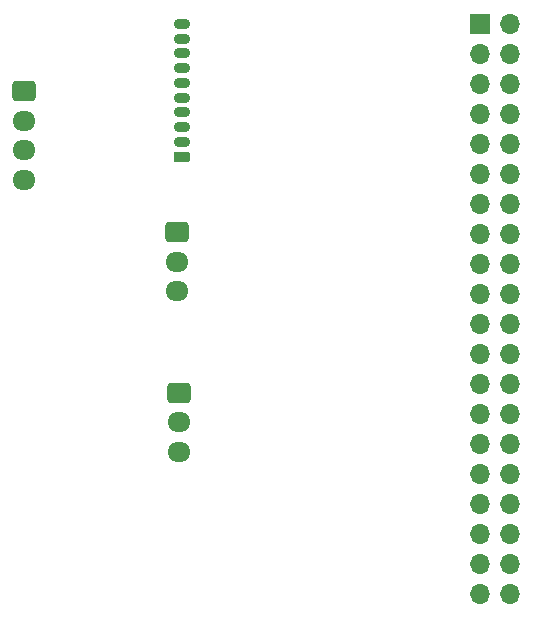
<source format=gbr>
%TF.GenerationSoftware,KiCad,Pcbnew,8.0.7*%
%TF.CreationDate,2025-01-03T13:54:27+07:00*%
%TF.ProjectId,Project Air bersih,50726f6a-6563-4742-9041-697220626572,rev?*%
%TF.SameCoordinates,Original*%
%TF.FileFunction,Soldermask,Bot*%
%TF.FilePolarity,Negative*%
%FSLAX46Y46*%
G04 Gerber Fmt 4.6, Leading zero omitted, Abs format (unit mm)*
G04 Created by KiCad (PCBNEW 8.0.7) date 2025-01-03 13:54:27*
%MOMM*%
%LPD*%
G01*
G04 APERTURE LIST*
G04 Aperture macros list*
%AMRoundRect*
0 Rectangle with rounded corners*
0 $1 Rounding radius*
0 $2 $3 $4 $5 $6 $7 $8 $9 X,Y pos of 4 corners*
0 Add a 4 corners polygon primitive as box body*
4,1,4,$2,$3,$4,$5,$6,$7,$8,$9,$2,$3,0*
0 Add four circle primitives for the rounded corners*
1,1,$1+$1,$2,$3*
1,1,$1+$1,$4,$5*
1,1,$1+$1,$6,$7*
1,1,$1+$1,$8,$9*
0 Add four rect primitives between the rounded corners*
20,1,$1+$1,$2,$3,$4,$5,0*
20,1,$1+$1,$4,$5,$6,$7,0*
20,1,$1+$1,$6,$7,$8,$9,0*
20,1,$1+$1,$8,$9,$2,$3,0*%
G04 Aperture macros list end*
%ADD10RoundRect,0.250000X-0.725000X0.600000X-0.725000X-0.600000X0.725000X-0.600000X0.725000X0.600000X0*%
%ADD11O,1.950000X1.700000*%
%ADD12RoundRect,0.225000X0.475000X-0.225000X0.475000X0.225000X-0.475000X0.225000X-0.475000X-0.225000X0*%
%ADD13O,1.400000X0.900000*%
%ADD14R,1.700000X1.700000*%
%ADD15O,1.700000X1.700000*%
G04 APERTURE END LIST*
D10*
%TO.C,Ultrasonic1*%
X119380000Y-43514000D03*
D11*
X119380000Y-46014000D03*
X119380000Y-48514000D03*
X119380000Y-51014000D03*
%TD*%
D10*
%TO.C,Turbidity1*%
X132461000Y-69041000D03*
D11*
X132461000Y-71541000D03*
X132461000Y-74041000D03*
%TD*%
D12*
%TO.C,ADS115*%
X132707000Y-49059000D03*
D13*
X132707000Y-47809000D03*
X132707000Y-46559000D03*
X132707000Y-45309000D03*
X132707000Y-44059000D03*
X132707000Y-42809000D03*
X132707000Y-41559000D03*
X132707000Y-40309000D03*
X132707000Y-39059000D03*
X132707000Y-37809000D03*
%TD*%
D14*
%TO.C,J1*%
X157988000Y-37846000D03*
D15*
X160528000Y-37846000D03*
X157988000Y-40386000D03*
X160528000Y-40386000D03*
X157988000Y-42926000D03*
X160528000Y-42926000D03*
X157988000Y-45466000D03*
X160528000Y-45466000D03*
X157988000Y-48006000D03*
X160528000Y-48006000D03*
X157988000Y-50546000D03*
X160528000Y-50546000D03*
X157988000Y-53086000D03*
X160528000Y-53086000D03*
X157988000Y-55626000D03*
X160528000Y-55626000D03*
X157988000Y-58166000D03*
X160528000Y-58166000D03*
X157988000Y-60706000D03*
X160528000Y-60706000D03*
X157988000Y-63246000D03*
X160528000Y-63246000D03*
X157988000Y-65786000D03*
X160528000Y-65786000D03*
X157988000Y-68326000D03*
X160528000Y-68326000D03*
X157988000Y-70866000D03*
X160528000Y-70866000D03*
X157988000Y-73406000D03*
X160528000Y-73406000D03*
X157988000Y-75946000D03*
X160528000Y-75946000D03*
X157988000Y-78486000D03*
X160528000Y-78486000D03*
X157988000Y-81026000D03*
X160528000Y-81026000D03*
X157988000Y-83566000D03*
X160528000Y-83566000D03*
X157988000Y-86106000D03*
X160528000Y-86106000D03*
%TD*%
D10*
%TO.C,PH1*%
X132334000Y-55452000D03*
D11*
X132334000Y-57952000D03*
X132334000Y-60452000D03*
%TD*%
M02*

</source>
